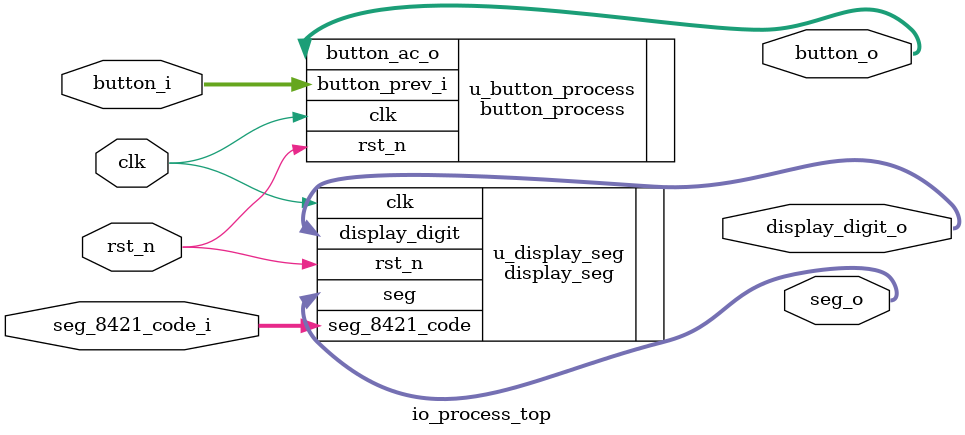
<source format=v>
`timescale 1ns / 1ps


module io_process_top(
    input   wire                    clk             ,
    input   wire                    rst_n           ,
    input   wire    [4:0]           button_i        ,
    input   wire    [15:0]          seg_8421_code_i ,           

    output  wire    [4:0]           button_o        ,
    output  wire    [6:0]           seg_o           ,
    output  wire    [3:0]           display_digit_o   

    );

    button_process u_button_process (
        .clk                     ( clk             ),
        .rst_n                   ( rst_n           ),
        .button_prev_i           ( button_i        ),

        .button_ac_o             ( button_o        ) 
    );

    display_seg u_display_seg (
        .clk                     ( clk             ),
        .rst_n                   ( rst_n           ),
        .seg_8421_code           ( seg_8421_code_i ),

        .seg                     ( seg_o           ),
        .display_digit           ( display_digit_o )
    );


endmodule

</source>
